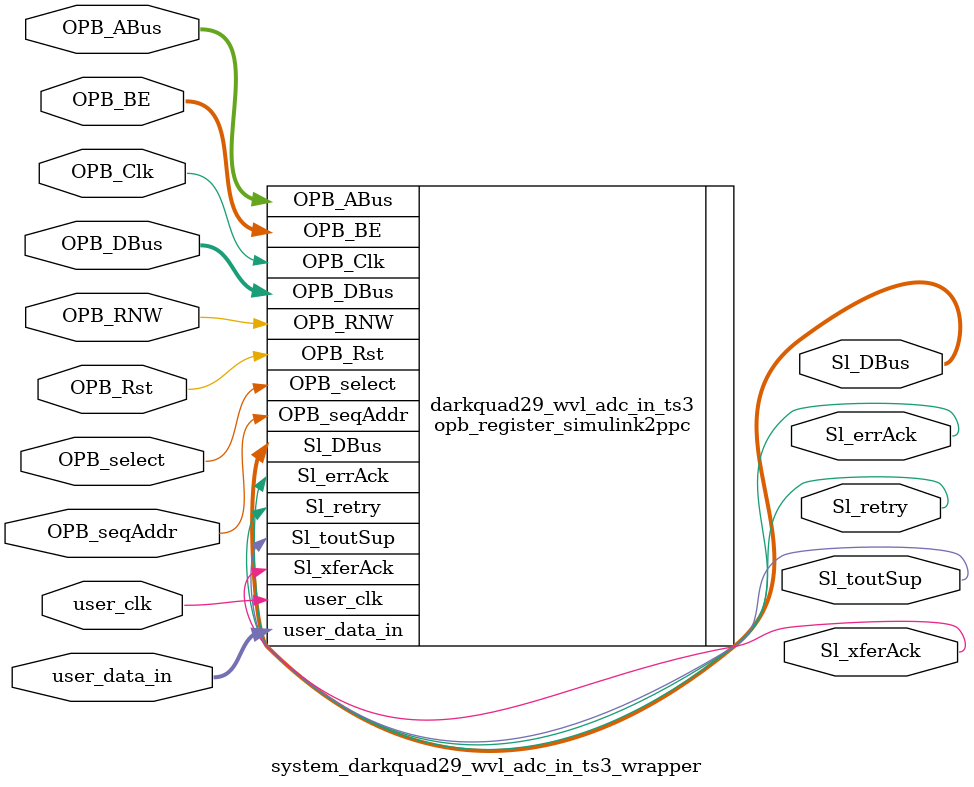
<source format=v>

module system_darkquad29_wvl_adc_in_ts3_wrapper
  (
    OPB_Clk,
    OPB_Rst,
    Sl_DBus,
    Sl_errAck,
    Sl_retry,
    Sl_toutSup,
    Sl_xferAck,
    OPB_ABus,
    OPB_BE,
    OPB_DBus,
    OPB_RNW,
    OPB_select,
    OPB_seqAddr,
    user_data_in,
    user_clk
  );
  input OPB_Clk;
  input OPB_Rst;
  output [0:31] Sl_DBus;
  output Sl_errAck;
  output Sl_retry;
  output Sl_toutSup;
  output Sl_xferAck;
  input [0:31] OPB_ABus;
  input [0:3] OPB_BE;
  input [0:31] OPB_DBus;
  input OPB_RNW;
  input OPB_select;
  input OPB_seqAddr;
  input [31:0] user_data_in;
  input user_clk;

  opb_register_simulink2ppc
    #(
      .C_BASEADDR ( 32'h0108B600 ),
      .C_HIGHADDR ( 32'h0108B6FF ),
      .C_OPB_AWIDTH ( 32 ),
      .C_OPB_DWIDTH ( 32 ),
      .C_FAMILY ( "virtex6" )
    )
    darkquad29_wvl_adc_in_ts3 (
      .OPB_Clk ( OPB_Clk ),
      .OPB_Rst ( OPB_Rst ),
      .Sl_DBus ( Sl_DBus ),
      .Sl_errAck ( Sl_errAck ),
      .Sl_retry ( Sl_retry ),
      .Sl_toutSup ( Sl_toutSup ),
      .Sl_xferAck ( Sl_xferAck ),
      .OPB_ABus ( OPB_ABus ),
      .OPB_BE ( OPB_BE ),
      .OPB_DBus ( OPB_DBus ),
      .OPB_RNW ( OPB_RNW ),
      .OPB_select ( OPB_select ),
      .OPB_seqAddr ( OPB_seqAddr ),
      .user_data_in ( user_data_in ),
      .user_clk ( user_clk )
    );

endmodule


</source>
